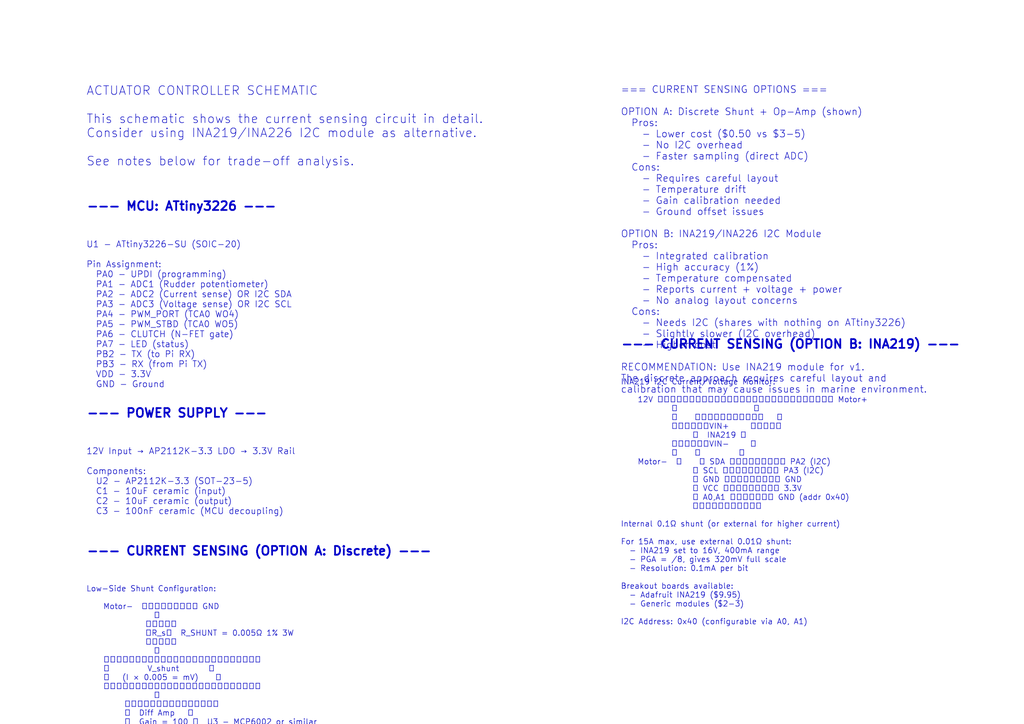
<source format=kicad_sch>
(kicad_sch (version 20231120) (generator "eeschema") (generator_version "8.0")
  (paper "A4")
  (title_block (title "Actuator Controller Board") (date "2026-01-20") (rev "1.0") (comment 1 "ATtiny3226 Rudder Controller") (comment 2 "ML Yacht Autopilot Project"))
  (lib_symbols)
  (text "ACTUATOR CONTROLLER SCHEMATIC\n\nThis schematic shows the current sensing circuit in detail.\nConsider using INA219/INA226 I2C module as alternative.\n\nSee notes below for trade-off analysis." (at 25 25 0) (effects (font (size 2.54 2.54)) (justify left top)))
  (text "=== CURRENT SENSING OPTIONS ===\n\nOPTION A: Discrete Shunt + Op-Amp (shown)\n  Pros:\n    - Lower cost ($0.50 vs $3-5)\n    - No I2C overhead\n    - Faster sampling (direct ADC)\n  Cons:\n    - Requires careful layout\n    - Temperature drift\n    - Gain calibration needed\n    - Ground offset issues\n\nOPTION B: INA219/INA226 I2C Module\n  Pros:\n    - Integrated calibration\n    - High accuracy (1%)\n    - Temperature compensated\n    - Reports current + voltage + power\n    - No analog layout concerns\n  Cons:\n    - Needs I2C (shares with nothing on ATtiny3226)\n    - Slightly slower (I2C overhead)\n    - Higher cost\n\nRECOMMENDATION: Use INA219 module for v1.\nThe discrete approach requires careful layout and\ncalibration that may cause issues in marine environment." (at 180 25 0) (effects (font (size 2 2)) (justify left top)))
  (text "--- MCU: ATtiny3226 ---" (at 25 60 0) (effects (font (size 2.54 2.54) bold) (justify left)))
  (text "U1 - ATtiny3226-SU (SOIC-20)\n\nPin Assignment:\n  PA0 - UPDI (programming)\n  PA1 - ADC1 (Rudder potentiometer)\n  PA2 - ADC2 (Current sense) OR I2C SDA\n  PA3 - ADC3 (Voltage sense) OR I2C SCL  \n  PA4 - PWM_PORT (TCA0 WO4)\n  PA5 - PWM_STBD (TCA0 WO5)\n  PA6 - CLUTCH (N-FET gate)\n  PA7 - LED (status)\n  PB2 - TX (to Pi RX)\n  PB3 - RX (from Pi TX)\n  VDD - 3.3V\n  GND - Ground" (at 25 70 0) (effects (font (size 1.8 1.8)) (justify left top)))
  (text "--- POWER SUPPLY ---" (at 25 120 0) (effects (font (size 2.54 2.54) bold) (justify left)))
  (text "12V Input → AP2112K-3.3 LDO → 3.3V Rail\n\nComponents:\n  U2 - AP2112K-3.3 (SOT-23-5)\n  C1 - 10uF ceramic (input)\n  C2 - 10uF ceramic (output)\n  C3 - 100nF ceramic (MCU decoupling)" (at 25 130 0) (effects (font (size 1.8 1.8)) (justify left top)))
  (text "--- CURRENT SENSING (OPTION A: Discrete) ---" (at 25 160 0) (effects (font (size 2.54 2.54) bold) (justify left)))
  (text "Low-Side Shunt Configuration:\n\n    Motor-  ────┬──── GND\n                │\n              ┌─┴─┐\n              │R_s│  R_SHUNT = 0.005Ω 1% 3W\n              └─┬─┘\n                │\n    ┌───────────┴───────────┐\n    │         V_shunt       │\n    │   (I × 0.005 = mV)    │\n    └───────────────────────┘\n                │\n         ┌──────┴──────┐\n         │  Diff Amp   │\n         │  Gain = 100 │  U3 - MCP6002 or similar\n         └──────┬──────┘\n                │\n           V_out = I × 0.5V/A\n                │\n           To PA2 (ADC)\n\nAt 15A: V_out = 15 × 0.5 = 7.5V (needs clamping!)\nAt 12A: V_out = 12 × 0.5 = 6.0V (still too high)\n\nPROBLEM: Need lower gain or different shunt value.\n\nRevised: R_SHUNT = 0.002Ω, Gain = 50\nAt 15A: V_out = 15 × 0.002 × 50 = 1.5V ✓\nAt 20A: V_out = 20 × 0.002 × 50 = 2.0V ✓" (at 25 170 0) (effects (font (size 1.6 1.6)) (justify left top)))
  (text "Differential Amplifier Circuit:\n\n                 R3 = 10k\n            ┌────/\\/\\/\\────┐\n            │              │\n    V_shunt+│    ┌─────┐   │\n    ────────┼────┤-    │   │\n            │    │ U3A ├───┴──── V_out (to PA2)\n            │ ┌──┤+    │\n            │ │  └─────┘\n    V_shunt-│ │\n    ────────┼─┤   R1 = 10k      R2 = 500k\n            │ └────/\\/\\/\\────┬────/\\/\\/\\──── GND\n            │                │\n            └────/\\/\\/\\──────┘\n                 R4 = 10k\n\n    Gain = R2/R1 = 500k/10k = 50\n\nComponents:\n  R_SHUNT - 0.002Ω 1% 5W (Vishay WSL2512)\n  U3 - MCP6002-I/SN (dual rail-to-rail op-amp)\n  R1,R3,R4 - 10kΩ 1% 0603\n  R2 - 500kΩ 1% 0603 (sets gain)\n  C4 - 100pF (optional, noise filter)" (at 25 255 0) (effects (font (size 1.6 1.6)) (justify left top)))
  (text "--- CURRENT SENSING (OPTION B: INA219) ---" (at 180 100 0) (effects (font (size 2.54 2.54) bold) (justify left)))
  (text "INA219 I2C Current/Voltage Monitor:\n\n    12V ────┬──────────────────┬──── Motor+\n            │                  │\n            │    ┌─────────┐   │\n            └────┤VIN+     ├───┘\n                 │  INA219 │\n            ┌────┤VIN-     │\n            │    │         │\n    Motor-  ┴    │ SDA ────┼──── PA2 (I2C)\n                 │ SCL ────┼──── PA3 (I2C)\n                 │ GND ────┼──── GND\n                 │ VCC ────┼──── 3.3V\n                 │ A0,A1 ──┼──── GND (addr 0x40)\n                 └─────────┘\n\nInternal 0.1Ω shunt (or external for higher current)\n\nFor 15A max, use external 0.01Ω shunt:\n  - INA219 set to 16V, 400mA range\n  - PGA = /8, gives 320mV full scale\n  - Resolution: 0.1mA per bit\n\nBreakout boards available:\n  - Adafruit INA219 ($9.95)\n  - Generic modules ($2-3)\n\nI2C Address: 0x40 (configurable via A0, A1)" (at 180 110 0) (effects (font (size 1.6 1.6)) (justify left top)))
  (text "--- VOLTAGE SENSING ---" (at 180 220 0) (effects (font (size 2.54 2.54) bold) (justify left)))
  (text "Resistor Divider for 12V Monitoring:\n\n    12V ────┬──── R5 = 30kΩ ────┬──── PA3 (ADC)\n            │                   │\n            │                  ─┴─ C5 = 100nF\n            │                  ─┬─\n            │                   │\n            └──── R6 = 10kΩ ────┴──── GND\n\n    V_out = 12V × 10k/(30k+10k) = 3.0V ✓\n    V_out = 14V × 10k/(30k+10k) = 3.5V (slightly over 3.3V)\n\nAdd Zener clamp:\n    D1 - 3.3V Zener across C5 for overvoltage protection" (at 180 230 0) (effects (font (size 1.6 1.6)) (justify left top)))
  (text "--- CLUTCH DRIVER ---" (at 25 340 0) (effects (font (size 2.54 2.54) bold) (justify left)))
  (text "N-FET Low-Side Switch with Flyback Protection:\n\n    12V ────┬──────────────────────┬──── Clutch+\n            │                      │\n            │    ┌──────────────┐  │\n            │    │   Clutch     │  │\n            │    │   Coil       │──┘\n            │    │   (~1A)      │\n            │    └──────┬───────┘\n            │           │\n        D2 ─┴─ ◄────────┤  D2 = SS34 Schottky\n            │           │      (flyback diode)\n            │           │\n            │       ┌───┴───┐\n            │       │   D   │\n            │       │       │  Q1 = IRLML6344\n    PA6 ────┼── R7 ─┤ G     │  (N-FET, 30V, 5A)\n            │       │       │\n            │       │   S   │\n            │       └───┬───┘\n            │           │\n    GND ────┴───────────┴──────────\n\n    R7 = 100Ω (gate resistor, limits di/dt)" (at 25 350 0) (effects (font (size 1.6 1.6)) (justify left top)))
  (text "--- H-BRIDGE INTERFACE ---" (at 180 300 0) (effects (font (size 2.54 2.54) bold) (justify left)))
  (text "Connection to BTS7960 H-Bridge Module:\n\n    J2 - 6-pin connector\n    ┌────────────────────┐\n    │ 1  GND             │\n    │ 2  VCC (5V from HB)│ (optional, for level shift)\n    │ 3  R_EN (enable)   │ ← tie to VCC or use GPIO\n    │ 4  L_EN (enable)   │ ← tie to VCC or use GPIO\n    │ 5  RPWM (stbd)     │ ← PA5 (3.3V logic OK)\n    │ 6  LPWM (port)     │ ← PA4 (3.3V logic OK)\n    └────────────────────┘\n\nBTS7960 accepts 3.3V logic on PWM inputs.\nEnable pins can be tied high or controlled for\nadditional safety (GPIO-controlled disable)." (at 180 310 0) (effects (font (size 1.6 1.6)) (justify left top)))
  (text "--- CONNECTORS ---" (at 25 450 0) (effects (font (size 2.54 2.54) bold) (justify left)))
  (text "J1 - Serial to Pi (JST-SH 4-pin)\n  1. GND\n  2. TX (to Pi RX)\n  3. RX (from Pi TX)\n  4. VCC (5V from Pi, optional)\n\nJ2 - H-Bridge (JST-XH 6-pin)\n  See above\n\nJ3 - Clutch (JST-XH 2-pin)\n  1. Clutch+\n  2. Clutch- (switched to GND)\n\nJ4 - Rudder Pot (JST-XH 3-pin)\n  1. VCC (3.3V)\n  2. Wiper (to PA1)\n  3. GND\n\nJ5 - Power (screw terminal 2-pin)\n  1. 12V\n  2. GND\n\nJ6 - UPDI Programming (1x3 header 2.54mm)\n  1. UPDI (PA0)\n  2. VCC\n  3. GND" (at 25 460 0) (effects (font (size 1.6 1.6)) (justify left top)))
  (text "=== BILL OF MATERIALS ===\n\nMCU:\n  U1 - ATtiny3226-SU (SOIC-20)\n\nPower:\n  U2 - AP2112K-3.3 (SOT-23-5)\n  C1,C2 - 10uF 25V X5R 0805\n  C3 - 100nF 16V X7R 0603\n\nCurrent Sensing (Option A):\n  R_SHUNT - 0.002Ω 1% 5W (Vishay WSL2512)\n  U3 - MCP6002-I/SN (SOIC-8)\n  R1,R3,R4 - 10kΩ 1% 0603\n  R2 - 500kΩ 1% 0603\n  C4 - 100pF 0603 (optional)\n\nCurrent Sensing (Option B - Recommended):\n  U3 - INA219BIDCNR (VSSOP-8) or module\n  R_SHUNT - 0.01Ω 1% 2W (if using bare IC)\n\nVoltage Sensing:\n  R5 - 30kΩ 1% 0603\n  R6 - 10kΩ 1% 0603\n  C5 - 100nF 16V 0603\n  D1 - BZT52C3V3 (Zener, SOD-123)\n\nClutch Driver:\n  Q1 - IRLML6344TRPBF (SOT-23)\n  D2 - SS34 (SMA)\n  R7 - 100Ω 0603\n\nStatus LED:\n  D3 - LED Green 0603\n  R8 - 330Ω 0603\n\nConnectors:\n  J1 - JST-SH 4-pin SMD\n  J2 - JST-XH 6-pin THT\n  J3 - JST-XH 2-pin THT\n  J4 - JST-XH 3-pin THT\n  J5 - Screw terminal 5mm 2-pin\n  J6 - Pin header 1x3 2.54mm" (at 180 400 0) (effects (font (size 1.5 1.5)) (justify left top)))
)
</source>
